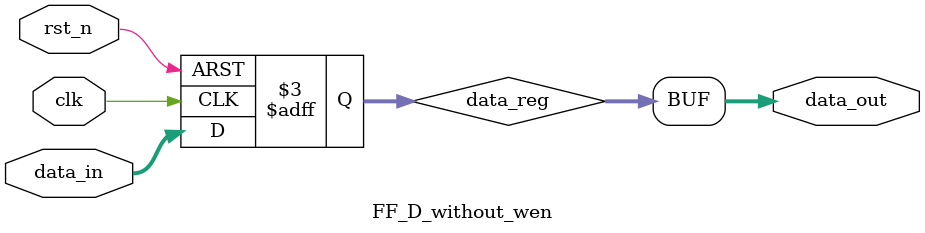
<source format=v>


// This program is distributed in the hope that it will be useful,
// but WITHOUT ANY WARRANTY; without even the implied warranty of
// MERCHANTABILITY or FITNESS FOR A PARTICULAR PURPOSE.  See the
// GNU General Public License for more details.

// You should have received a copy of the GNU General Public License
// along with this program.  If not, see <https://www.gnu.org/licenses/>.

// Please contact me through the following email: <qwe15889844242@163.com>

module FF_D_without_wen#(parameter DATA_LEN=32,RST_DATA=0)(
	input 			        clk,
	input 			        rst_n,
	input  [DATA_LEN-1:0]	data_in,
	output [DATA_LEN-1:0]	data_out
);

reg [DATA_LEN-1:0] data_reg;

always @(posedge clk or negedge rst_n) begin
    if(!rst_n)begin
        data_reg<=RST_DATA;
    end    
    else begin
        data_reg<=data_in;
    end
end

assign data_out = data_reg;

endmodule //FF_D_without_wen

</source>
